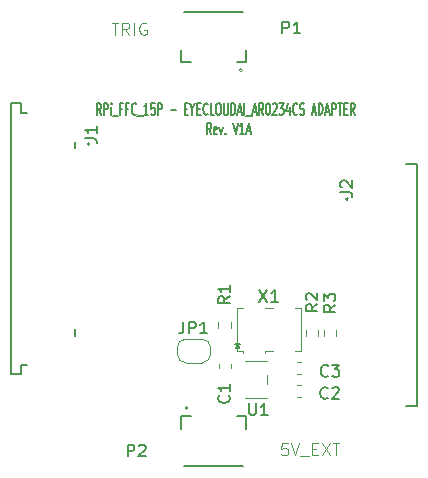
<source format=gbr>
%TF.GenerationSoftware,KiCad,Pcbnew,5.1.12-84ad8e8a86~92~ubuntu18.04.1*%
%TF.CreationDate,2023-09-10T20:05:29+07:00*%
%TF.ProjectId,RPi_FFC_15P-EYECLOUDAI_2MGSMOD_AR0234-ADAPTER,5250695f-4646-4435-9f31-35502d455945,rev?*%
%TF.SameCoordinates,Original*%
%TF.FileFunction,Legend,Top*%
%TF.FilePolarity,Positive*%
%FSLAX46Y46*%
G04 Gerber Fmt 4.6, Leading zero omitted, Abs format (unit mm)*
G04 Created by KiCad (PCBNEW 5.1.12-84ad8e8a86~92~ubuntu18.04.1) date 2023-09-10 20:05:29*
%MOMM*%
%LPD*%
G01*
G04 APERTURE LIST*
%ADD10C,0.150000*%
%ADD11C,0.100000*%
%ADD12C,0.127000*%
%ADD13C,0.200000*%
%ADD14C,0.120000*%
G04 APERTURE END LIST*
D10*
X133146800Y-93093314D02*
X133218228Y-93164742D01*
X133146800Y-93236171D01*
X133075371Y-93164742D01*
X133146800Y-93093314D01*
X133146800Y-93236171D01*
D11*
X128116247Y-113853980D02*
X127640057Y-113853980D01*
X127592438Y-114330171D01*
X127640057Y-114282552D01*
X127735295Y-114234933D01*
X127973390Y-114234933D01*
X128068628Y-114282552D01*
X128116247Y-114330171D01*
X128163866Y-114425409D01*
X128163866Y-114663504D01*
X128116247Y-114758742D01*
X128068628Y-114806361D01*
X127973390Y-114853980D01*
X127735295Y-114853980D01*
X127640057Y-114806361D01*
X127592438Y-114758742D01*
X128449580Y-113853980D02*
X128782914Y-114853980D01*
X129116247Y-113853980D01*
X129211485Y-114949219D02*
X129973390Y-114949219D01*
X130211485Y-114330171D02*
X130544819Y-114330171D01*
X130687676Y-114853980D02*
X130211485Y-114853980D01*
X130211485Y-113853980D01*
X130687676Y-113853980D01*
X131021009Y-113853980D02*
X131687676Y-114853980D01*
X131687676Y-113853980D02*
X131021009Y-114853980D01*
X131925771Y-113853980D02*
X132497200Y-113853980D01*
X132211485Y-114853980D02*
X132211485Y-113853980D01*
X113233390Y-78243180D02*
X113804819Y-78243180D01*
X113519104Y-79243180D02*
X113519104Y-78243180D01*
X114709580Y-79243180D02*
X114376247Y-78766990D01*
X114138152Y-79243180D02*
X114138152Y-78243180D01*
X114519104Y-78243180D01*
X114614342Y-78290800D01*
X114661961Y-78338419D01*
X114709580Y-78433657D01*
X114709580Y-78576514D01*
X114661961Y-78671752D01*
X114614342Y-78719371D01*
X114519104Y-78766990D01*
X114138152Y-78766990D01*
X115138152Y-79243180D02*
X115138152Y-78243180D01*
X116138152Y-78290800D02*
X116042914Y-78243180D01*
X115900057Y-78243180D01*
X115757200Y-78290800D01*
X115661961Y-78386038D01*
X115614342Y-78481276D01*
X115566723Y-78671752D01*
X115566723Y-78814609D01*
X115614342Y-79005085D01*
X115661961Y-79100323D01*
X115757200Y-79195561D01*
X115900057Y-79243180D01*
X115995295Y-79243180D01*
X116138152Y-79195561D01*
X116185771Y-79147942D01*
X116185771Y-78814609D01*
X115995295Y-78814609D01*
D10*
X112328057Y-86038180D02*
X112128057Y-85561990D01*
X111985200Y-86038180D02*
X111985200Y-85038180D01*
X112213771Y-85038180D01*
X112270914Y-85085800D01*
X112299485Y-85133419D01*
X112328057Y-85228657D01*
X112328057Y-85371514D01*
X112299485Y-85466752D01*
X112270914Y-85514371D01*
X112213771Y-85561990D01*
X111985200Y-85561990D01*
X112585200Y-86038180D02*
X112585200Y-85038180D01*
X112813771Y-85038180D01*
X112870914Y-85085800D01*
X112899485Y-85133419D01*
X112928057Y-85228657D01*
X112928057Y-85371514D01*
X112899485Y-85466752D01*
X112870914Y-85514371D01*
X112813771Y-85561990D01*
X112585200Y-85561990D01*
X113185200Y-86038180D02*
X113185200Y-85371514D01*
X113185200Y-85038180D02*
X113156628Y-85085800D01*
X113185200Y-85133419D01*
X113213771Y-85085800D01*
X113185200Y-85038180D01*
X113185200Y-85133419D01*
X113328057Y-86133419D02*
X113785200Y-86133419D01*
X114128057Y-85514371D02*
X113928057Y-85514371D01*
X113928057Y-86038180D02*
X113928057Y-85038180D01*
X114213771Y-85038180D01*
X114642342Y-85514371D02*
X114442342Y-85514371D01*
X114442342Y-86038180D02*
X114442342Y-85038180D01*
X114728057Y-85038180D01*
X115299485Y-85942942D02*
X115270914Y-85990561D01*
X115185200Y-86038180D01*
X115128057Y-86038180D01*
X115042342Y-85990561D01*
X114985200Y-85895323D01*
X114956628Y-85800085D01*
X114928057Y-85609609D01*
X114928057Y-85466752D01*
X114956628Y-85276276D01*
X114985200Y-85181038D01*
X115042342Y-85085800D01*
X115128057Y-85038180D01*
X115185200Y-85038180D01*
X115270914Y-85085800D01*
X115299485Y-85133419D01*
X115413771Y-86133419D02*
X115870914Y-86133419D01*
X116328057Y-86038180D02*
X115985200Y-86038180D01*
X116156628Y-86038180D02*
X116156628Y-85038180D01*
X116099485Y-85181038D01*
X116042342Y-85276276D01*
X115985200Y-85323895D01*
X116870914Y-85038180D02*
X116585200Y-85038180D01*
X116556628Y-85514371D01*
X116585200Y-85466752D01*
X116642342Y-85419133D01*
X116785200Y-85419133D01*
X116842342Y-85466752D01*
X116870914Y-85514371D01*
X116899485Y-85609609D01*
X116899485Y-85847704D01*
X116870914Y-85942942D01*
X116842342Y-85990561D01*
X116785200Y-86038180D01*
X116642342Y-86038180D01*
X116585200Y-85990561D01*
X116556628Y-85942942D01*
X117156628Y-86038180D02*
X117156628Y-85038180D01*
X117385200Y-85038180D01*
X117442342Y-85085800D01*
X117470914Y-85133419D01*
X117499485Y-85228657D01*
X117499485Y-85371514D01*
X117470914Y-85466752D01*
X117442342Y-85514371D01*
X117385200Y-85561990D01*
X117156628Y-85561990D01*
X118213771Y-85657228D02*
X118670914Y-85657228D01*
X119413771Y-85514371D02*
X119613771Y-85514371D01*
X119699485Y-86038180D02*
X119413771Y-86038180D01*
X119413771Y-85038180D01*
X119699485Y-85038180D01*
X120070914Y-85561990D02*
X120070914Y-86038180D01*
X119870914Y-85038180D02*
X120070914Y-85561990D01*
X120270914Y-85038180D01*
X120470914Y-85514371D02*
X120670914Y-85514371D01*
X120756628Y-86038180D02*
X120470914Y-86038180D01*
X120470914Y-85038180D01*
X120756628Y-85038180D01*
X121356628Y-85942942D02*
X121328057Y-85990561D01*
X121242342Y-86038180D01*
X121185200Y-86038180D01*
X121099485Y-85990561D01*
X121042342Y-85895323D01*
X121013771Y-85800085D01*
X120985200Y-85609609D01*
X120985200Y-85466752D01*
X121013771Y-85276276D01*
X121042342Y-85181038D01*
X121099485Y-85085800D01*
X121185200Y-85038180D01*
X121242342Y-85038180D01*
X121328057Y-85085800D01*
X121356628Y-85133419D01*
X121899485Y-86038180D02*
X121613771Y-86038180D01*
X121613771Y-85038180D01*
X122213771Y-85038180D02*
X122328057Y-85038180D01*
X122385200Y-85085800D01*
X122442342Y-85181038D01*
X122470914Y-85371514D01*
X122470914Y-85704847D01*
X122442342Y-85895323D01*
X122385200Y-85990561D01*
X122328057Y-86038180D01*
X122213771Y-86038180D01*
X122156628Y-85990561D01*
X122099485Y-85895323D01*
X122070914Y-85704847D01*
X122070914Y-85371514D01*
X122099485Y-85181038D01*
X122156628Y-85085800D01*
X122213771Y-85038180D01*
X122728057Y-85038180D02*
X122728057Y-85847704D01*
X122756628Y-85942942D01*
X122785200Y-85990561D01*
X122842342Y-86038180D01*
X122956628Y-86038180D01*
X123013771Y-85990561D01*
X123042342Y-85942942D01*
X123070914Y-85847704D01*
X123070914Y-85038180D01*
X123356628Y-86038180D02*
X123356628Y-85038180D01*
X123499485Y-85038180D01*
X123585200Y-85085800D01*
X123642342Y-85181038D01*
X123670914Y-85276276D01*
X123699485Y-85466752D01*
X123699485Y-85609609D01*
X123670914Y-85800085D01*
X123642342Y-85895323D01*
X123585200Y-85990561D01*
X123499485Y-86038180D01*
X123356628Y-86038180D01*
X123928057Y-85752466D02*
X124213771Y-85752466D01*
X123870914Y-86038180D02*
X124070914Y-85038180D01*
X124270914Y-86038180D01*
X124470914Y-86038180D02*
X124470914Y-85038180D01*
X124613771Y-86133419D02*
X125070914Y-86133419D01*
X125185200Y-85752466D02*
X125470914Y-85752466D01*
X125128057Y-86038180D02*
X125328057Y-85038180D01*
X125528057Y-86038180D01*
X126070914Y-86038180D02*
X125870914Y-85561990D01*
X125728057Y-86038180D02*
X125728057Y-85038180D01*
X125956628Y-85038180D01*
X126013771Y-85085800D01*
X126042342Y-85133419D01*
X126070914Y-85228657D01*
X126070914Y-85371514D01*
X126042342Y-85466752D01*
X126013771Y-85514371D01*
X125956628Y-85561990D01*
X125728057Y-85561990D01*
X126442342Y-85038180D02*
X126499485Y-85038180D01*
X126556628Y-85085800D01*
X126585200Y-85133419D01*
X126613771Y-85228657D01*
X126642342Y-85419133D01*
X126642342Y-85657228D01*
X126613771Y-85847704D01*
X126585200Y-85942942D01*
X126556628Y-85990561D01*
X126499485Y-86038180D01*
X126442342Y-86038180D01*
X126385200Y-85990561D01*
X126356628Y-85942942D01*
X126328057Y-85847704D01*
X126299485Y-85657228D01*
X126299485Y-85419133D01*
X126328057Y-85228657D01*
X126356628Y-85133419D01*
X126385200Y-85085800D01*
X126442342Y-85038180D01*
X126870914Y-85133419D02*
X126899485Y-85085800D01*
X126956628Y-85038180D01*
X127099485Y-85038180D01*
X127156628Y-85085800D01*
X127185200Y-85133419D01*
X127213771Y-85228657D01*
X127213771Y-85323895D01*
X127185200Y-85466752D01*
X126842342Y-86038180D01*
X127213771Y-86038180D01*
X127413771Y-85038180D02*
X127785200Y-85038180D01*
X127585200Y-85419133D01*
X127670914Y-85419133D01*
X127728057Y-85466752D01*
X127756628Y-85514371D01*
X127785200Y-85609609D01*
X127785200Y-85847704D01*
X127756628Y-85942942D01*
X127728057Y-85990561D01*
X127670914Y-86038180D01*
X127499485Y-86038180D01*
X127442342Y-85990561D01*
X127413771Y-85942942D01*
X128299485Y-85371514D02*
X128299485Y-86038180D01*
X128156628Y-84990561D02*
X128013771Y-85704847D01*
X128385200Y-85704847D01*
X128956628Y-85942942D02*
X128928057Y-85990561D01*
X128842342Y-86038180D01*
X128785200Y-86038180D01*
X128699485Y-85990561D01*
X128642342Y-85895323D01*
X128613771Y-85800085D01*
X128585200Y-85609609D01*
X128585200Y-85466752D01*
X128613771Y-85276276D01*
X128642342Y-85181038D01*
X128699485Y-85085800D01*
X128785200Y-85038180D01*
X128842342Y-85038180D01*
X128928057Y-85085800D01*
X128956628Y-85133419D01*
X129185200Y-85990561D02*
X129270914Y-86038180D01*
X129413771Y-86038180D01*
X129470914Y-85990561D01*
X129499485Y-85942942D01*
X129528057Y-85847704D01*
X129528057Y-85752466D01*
X129499485Y-85657228D01*
X129470914Y-85609609D01*
X129413771Y-85561990D01*
X129299485Y-85514371D01*
X129242342Y-85466752D01*
X129213771Y-85419133D01*
X129185200Y-85323895D01*
X129185200Y-85228657D01*
X129213771Y-85133419D01*
X129242342Y-85085800D01*
X129299485Y-85038180D01*
X129442342Y-85038180D01*
X129528057Y-85085800D01*
X130213771Y-85752466D02*
X130499485Y-85752466D01*
X130156628Y-86038180D02*
X130356628Y-85038180D01*
X130556628Y-86038180D01*
X130756628Y-86038180D02*
X130756628Y-85038180D01*
X130899485Y-85038180D01*
X130985200Y-85085800D01*
X131042342Y-85181038D01*
X131070914Y-85276276D01*
X131099485Y-85466752D01*
X131099485Y-85609609D01*
X131070914Y-85800085D01*
X131042342Y-85895323D01*
X130985200Y-85990561D01*
X130899485Y-86038180D01*
X130756628Y-86038180D01*
X131328057Y-85752466D02*
X131613771Y-85752466D01*
X131270914Y-86038180D02*
X131470914Y-85038180D01*
X131670914Y-86038180D01*
X131870914Y-86038180D02*
X131870914Y-85038180D01*
X132099485Y-85038180D01*
X132156628Y-85085800D01*
X132185200Y-85133419D01*
X132213771Y-85228657D01*
X132213771Y-85371514D01*
X132185200Y-85466752D01*
X132156628Y-85514371D01*
X132099485Y-85561990D01*
X131870914Y-85561990D01*
X132385200Y-85038180D02*
X132728057Y-85038180D01*
X132556628Y-86038180D02*
X132556628Y-85038180D01*
X132928057Y-85514371D02*
X133128057Y-85514371D01*
X133213771Y-86038180D02*
X132928057Y-86038180D01*
X132928057Y-85038180D01*
X133213771Y-85038180D01*
X133813771Y-86038180D02*
X133613771Y-85561990D01*
X133470914Y-86038180D02*
X133470914Y-85038180D01*
X133699485Y-85038180D01*
X133756628Y-85085800D01*
X133785200Y-85133419D01*
X133813771Y-85228657D01*
X133813771Y-85371514D01*
X133785200Y-85466752D01*
X133756628Y-85514371D01*
X133699485Y-85561990D01*
X133470914Y-85561990D01*
X121642342Y-87688180D02*
X121442342Y-87211990D01*
X121299485Y-87688180D02*
X121299485Y-86688180D01*
X121528057Y-86688180D01*
X121585200Y-86735800D01*
X121613771Y-86783419D01*
X121642342Y-86878657D01*
X121642342Y-87021514D01*
X121613771Y-87116752D01*
X121585200Y-87164371D01*
X121528057Y-87211990D01*
X121299485Y-87211990D01*
X122128057Y-87640561D02*
X122070914Y-87688180D01*
X121956628Y-87688180D01*
X121899485Y-87640561D01*
X121870914Y-87545323D01*
X121870914Y-87164371D01*
X121899485Y-87069133D01*
X121956628Y-87021514D01*
X122070914Y-87021514D01*
X122128057Y-87069133D01*
X122156628Y-87164371D01*
X122156628Y-87259609D01*
X121870914Y-87354847D01*
X122356628Y-87021514D02*
X122499485Y-87688180D01*
X122642342Y-87021514D01*
X122870914Y-87592942D02*
X122899485Y-87640561D01*
X122870914Y-87688180D01*
X122842342Y-87640561D01*
X122870914Y-87592942D01*
X122870914Y-87688180D01*
X123528057Y-86688180D02*
X123728057Y-87688180D01*
X123928057Y-86688180D01*
X124442342Y-87688180D02*
X124099485Y-87688180D01*
X124270914Y-87688180D02*
X124270914Y-86688180D01*
X124213771Y-86831038D01*
X124156628Y-86926276D01*
X124099485Y-86973895D01*
X124670914Y-87402466D02*
X124956628Y-87402466D01*
X124613771Y-87688180D02*
X124813771Y-86688180D01*
X125013771Y-87688180D01*
D12*
%TO.C,J1*%
X110099600Y-88320000D02*
X110099600Y-88880000D01*
X110099600Y-104160000D02*
X110099600Y-104720000D01*
X105589600Y-107980000D02*
X104699600Y-107980000D01*
X104699600Y-85060000D02*
X105589600Y-85060000D01*
X106099600Y-85845000D02*
X105589600Y-85845000D01*
X106099600Y-107195000D02*
X105589600Y-107195000D01*
D13*
X111369600Y-88520000D02*
G75*
G03*
X111369600Y-88520000I-100000J0D01*
G01*
D12*
X105589600Y-85845000D02*
X105589600Y-85060000D01*
X105589600Y-107980000D02*
X105589600Y-107195000D01*
X104699600Y-107980000D02*
X104699600Y-85060000D01*
%TO.C,J2*%
X139068400Y-110646600D02*
X138118400Y-110646600D01*
X139068400Y-90216600D02*
X138118400Y-90216600D01*
X139068400Y-110646600D02*
X139068400Y-90216600D01*
D14*
%TO.C,X1*%
X126172800Y-105990800D02*
X126172800Y-106230800D01*
X126912800Y-105990800D02*
X126172800Y-105990800D01*
X123842800Y-102390800D02*
X124372800Y-102390800D01*
X123842800Y-105990800D02*
X123842800Y-102390800D01*
X124372800Y-105990800D02*
X123842800Y-105990800D01*
X124372800Y-106230800D02*
X124372800Y-105990800D01*
X126172800Y-102390800D02*
X126912800Y-102390800D01*
X129242800Y-105990800D02*
X128712800Y-105990800D01*
X129242800Y-102390800D02*
X129242800Y-105990800D01*
X128712800Y-102390800D02*
X129242800Y-102390800D01*
%TO.C,U1*%
X126352300Y-106883200D02*
X124498100Y-106883200D01*
X126352300Y-108821261D02*
X126352300Y-108094739D01*
X124498100Y-110032800D02*
X126352300Y-110032800D01*
%TO.C,R3*%
X131201900Y-104240876D02*
X131201900Y-104750324D01*
X132246900Y-104240876D02*
X132246900Y-104750324D01*
%TO.C,R2*%
X130722900Y-104750324D02*
X130722900Y-104240876D01*
X129677900Y-104750324D02*
X129677900Y-104240876D01*
%TO.C,R1*%
X123306100Y-104089924D02*
X123306100Y-103580476D01*
X122261100Y-104089924D02*
X122261100Y-103580476D01*
%TO.C,C3*%
X128936533Y-108002800D02*
X129229067Y-108002800D01*
X128936533Y-106982800D02*
X129229067Y-106982800D01*
%TO.C,C2*%
X128936533Y-109933200D02*
X129229067Y-109933200D01*
X128936533Y-108913200D02*
X129229067Y-108913200D01*
%TO.C,C1*%
X122273600Y-107143333D02*
X122273600Y-107435867D01*
X123293600Y-107143333D02*
X123293600Y-107435867D01*
D12*
%TO.C,P2*%
X119379200Y-115752400D02*
X124379200Y-115752400D01*
X124629200Y-111552400D02*
X124629200Y-112602400D01*
X123829200Y-111552400D02*
X124629200Y-111552400D01*
X119129200Y-111552400D02*
X119929200Y-111552400D01*
X119129200Y-112602400D02*
X119129200Y-111552400D01*
D11*
X119729200Y-110852400D02*
G75*
G03*
X119729200Y-110852400I-150000J0D01*
G01*
D14*
%TO.C,JP1*%
X120892800Y-107019600D02*
X119492800Y-107019600D01*
X118792800Y-106319600D02*
X118792800Y-105719600D01*
X119492800Y-105019600D02*
X120892800Y-105019600D01*
X121592800Y-105719600D02*
X121592800Y-106319600D01*
X121592800Y-106319600D02*
G75*
G02*
X120892800Y-107019600I-700000J0D01*
G01*
X120892800Y-105019600D02*
G75*
G02*
X121592800Y-105719600I0J-700000D01*
G01*
X118792800Y-105719600D02*
G75*
G02*
X119492800Y-105019600I700000J0D01*
G01*
X119492800Y-107019600D02*
G75*
G02*
X118792800Y-106319600I0J700000D01*
G01*
D11*
%TO.C,P1*%
X124319200Y-82259400D02*
G75*
G03*
X124319200Y-82259400I-150000J0D01*
G01*
D12*
X124619200Y-80509400D02*
X124619200Y-81559400D01*
X124619200Y-81559400D02*
X123819200Y-81559400D01*
X119919200Y-81559400D02*
X119119200Y-81559400D01*
X119119200Y-81559400D02*
X119119200Y-80509400D01*
X124369200Y-77359400D02*
X119369200Y-77359400D01*
%TO.C,J1*%
D10*
X110958380Y-88014133D02*
X111672666Y-88014133D01*
X111815523Y-88061752D01*
X111910761Y-88156990D01*
X111958380Y-88299847D01*
X111958380Y-88395085D01*
X111958380Y-87014133D02*
X111958380Y-87585561D01*
X111958380Y-87299847D02*
X110958380Y-87299847D01*
X111101238Y-87395085D01*
X111196476Y-87490323D01*
X111244095Y-87585561D01*
%TO.C,J2*%
X132599180Y-92586133D02*
X133313466Y-92586133D01*
X133456323Y-92633752D01*
X133551561Y-92728990D01*
X133599180Y-92871847D01*
X133599180Y-92967085D01*
X132694419Y-92157561D02*
X132646800Y-92109942D01*
X132599180Y-92014704D01*
X132599180Y-91776609D01*
X132646800Y-91681371D01*
X132694419Y-91633752D01*
X132789657Y-91586133D01*
X132884895Y-91586133D01*
X133027752Y-91633752D01*
X133599180Y-92205180D01*
X133599180Y-91586133D01*
%TO.C,X1*%
X125733276Y-100843180D02*
X126399942Y-101843180D01*
X126399942Y-100843180D02*
X125733276Y-101843180D01*
X127304704Y-101843180D02*
X126733276Y-101843180D01*
X127018990Y-101843180D02*
X127018990Y-100843180D01*
X126923752Y-100986038D01*
X126828514Y-101081276D01*
X126733276Y-101128895D01*
%TO.C,U1*%
X124866495Y-110450380D02*
X124866495Y-111259904D01*
X124914114Y-111355142D01*
X124961733Y-111402761D01*
X125056971Y-111450380D01*
X125247447Y-111450380D01*
X125342685Y-111402761D01*
X125390304Y-111355142D01*
X125437923Y-111259904D01*
X125437923Y-110450380D01*
X126437923Y-111450380D02*
X125866495Y-111450380D01*
X126152209Y-111450380D02*
X126152209Y-110450380D01*
X126056971Y-110593238D01*
X125961733Y-110688476D01*
X125866495Y-110736095D01*
X123894850Y-105309380D02*
X123894850Y-105547476D01*
X123656754Y-105452238D02*
X123894850Y-105547476D01*
X124132945Y-105452238D01*
X123751992Y-105737952D02*
X123894850Y-105547476D01*
X124037707Y-105737952D01*
X123894850Y-105309380D02*
X123894850Y-105547476D01*
X123656754Y-105452238D02*
X123894850Y-105547476D01*
X124132945Y-105452238D01*
X123751992Y-105737952D02*
X123894850Y-105547476D01*
X124037707Y-105737952D01*
%TO.C,R3*%
X132176780Y-102122266D02*
X131700590Y-102455600D01*
X132176780Y-102693695D02*
X131176780Y-102693695D01*
X131176780Y-102312742D01*
X131224400Y-102217504D01*
X131272019Y-102169885D01*
X131367257Y-102122266D01*
X131510114Y-102122266D01*
X131605352Y-102169885D01*
X131652971Y-102217504D01*
X131700590Y-102312742D01*
X131700590Y-102693695D01*
X131176780Y-101788933D02*
X131176780Y-101169885D01*
X131557733Y-101503219D01*
X131557733Y-101360361D01*
X131605352Y-101265123D01*
X131652971Y-101217504D01*
X131748209Y-101169885D01*
X131986304Y-101169885D01*
X132081542Y-101217504D01*
X132129161Y-101265123D01*
X132176780Y-101360361D01*
X132176780Y-101646076D01*
X132129161Y-101741314D01*
X132081542Y-101788933D01*
%TO.C,R2*%
X130652780Y-102071466D02*
X130176590Y-102404800D01*
X130652780Y-102642895D02*
X129652780Y-102642895D01*
X129652780Y-102261942D01*
X129700400Y-102166704D01*
X129748019Y-102119085D01*
X129843257Y-102071466D01*
X129986114Y-102071466D01*
X130081352Y-102119085D01*
X130128971Y-102166704D01*
X130176590Y-102261942D01*
X130176590Y-102642895D01*
X129748019Y-101690514D02*
X129700400Y-101642895D01*
X129652780Y-101547657D01*
X129652780Y-101309561D01*
X129700400Y-101214323D01*
X129748019Y-101166704D01*
X129843257Y-101119085D01*
X129938495Y-101119085D01*
X130081352Y-101166704D01*
X130652780Y-101738133D01*
X130652780Y-101119085D01*
%TO.C,R1*%
X123235980Y-101411066D02*
X122759790Y-101744400D01*
X123235980Y-101982495D02*
X122235980Y-101982495D01*
X122235980Y-101601542D01*
X122283600Y-101506304D01*
X122331219Y-101458685D01*
X122426457Y-101411066D01*
X122569314Y-101411066D01*
X122664552Y-101458685D01*
X122712171Y-101506304D01*
X122759790Y-101601542D01*
X122759790Y-101982495D01*
X123235980Y-100458685D02*
X123235980Y-101030114D01*
X123235980Y-100744400D02*
X122235980Y-100744400D01*
X122378838Y-100839638D01*
X122474076Y-100934876D01*
X122521695Y-101030114D01*
%TO.C,C3*%
X131557733Y-108103942D02*
X131510114Y-108151561D01*
X131367257Y-108199180D01*
X131272019Y-108199180D01*
X131129161Y-108151561D01*
X131033923Y-108056323D01*
X130986304Y-107961085D01*
X130938685Y-107770609D01*
X130938685Y-107627752D01*
X130986304Y-107437276D01*
X131033923Y-107342038D01*
X131129161Y-107246800D01*
X131272019Y-107199180D01*
X131367257Y-107199180D01*
X131510114Y-107246800D01*
X131557733Y-107294419D01*
X131891066Y-107199180D02*
X132510114Y-107199180D01*
X132176780Y-107580133D01*
X132319638Y-107580133D01*
X132414876Y-107627752D01*
X132462495Y-107675371D01*
X132510114Y-107770609D01*
X132510114Y-108008704D01*
X132462495Y-108103942D01*
X132414876Y-108151561D01*
X132319638Y-108199180D01*
X132033923Y-108199180D01*
X131938685Y-108151561D01*
X131891066Y-108103942D01*
%TO.C,C2*%
X131506933Y-109983542D02*
X131459314Y-110031161D01*
X131316457Y-110078780D01*
X131221219Y-110078780D01*
X131078361Y-110031161D01*
X130983123Y-109935923D01*
X130935504Y-109840685D01*
X130887885Y-109650209D01*
X130887885Y-109507352D01*
X130935504Y-109316876D01*
X130983123Y-109221638D01*
X131078361Y-109126400D01*
X131221219Y-109078780D01*
X131316457Y-109078780D01*
X131459314Y-109126400D01*
X131506933Y-109174019D01*
X131887885Y-109174019D02*
X131935504Y-109126400D01*
X132030742Y-109078780D01*
X132268838Y-109078780D01*
X132364076Y-109126400D01*
X132411695Y-109174019D01*
X132459314Y-109269257D01*
X132459314Y-109364495D01*
X132411695Y-109507352D01*
X131840266Y-110078780D01*
X132459314Y-110078780D01*
%TO.C,C1*%
X123140742Y-109793066D02*
X123188361Y-109840685D01*
X123235980Y-109983542D01*
X123235980Y-110078780D01*
X123188361Y-110221638D01*
X123093123Y-110316876D01*
X122997885Y-110364495D01*
X122807409Y-110412114D01*
X122664552Y-110412114D01*
X122474076Y-110364495D01*
X122378838Y-110316876D01*
X122283600Y-110221638D01*
X122235980Y-110078780D01*
X122235980Y-109983542D01*
X122283600Y-109840685D01*
X122331219Y-109793066D01*
X123235980Y-108840685D02*
X123235980Y-109412114D01*
X123235980Y-109126400D02*
X122235980Y-109126400D01*
X122378838Y-109221638D01*
X122474076Y-109316876D01*
X122521695Y-109412114D01*
%TO.C,P2*%
X114577573Y-114955784D02*
X114577573Y-113955335D01*
X114958696Y-113955335D01*
X115053977Y-114002975D01*
X115101618Y-114050615D01*
X115149258Y-114145896D01*
X115149258Y-114288818D01*
X115101618Y-114384098D01*
X115053977Y-114431739D01*
X114958696Y-114479379D01*
X114577573Y-114479379D01*
X115530381Y-114050615D02*
X115578022Y-114002975D01*
X115673303Y-113955335D01*
X115911505Y-113955335D01*
X116006786Y-114002975D01*
X116054426Y-114050615D01*
X116102067Y-114145896D01*
X116102067Y-114241177D01*
X116054426Y-114384098D01*
X115482741Y-114955784D01*
X116102067Y-114955784D01*
%TO.C,JP1*%
X119308666Y-103541580D02*
X119308666Y-104255866D01*
X119261047Y-104398723D01*
X119165809Y-104493961D01*
X119022952Y-104541580D01*
X118927714Y-104541580D01*
X119784857Y-104541580D02*
X119784857Y-103541580D01*
X120165809Y-103541580D01*
X120261047Y-103589200D01*
X120308666Y-103636819D01*
X120356285Y-103732057D01*
X120356285Y-103874914D01*
X120308666Y-103970152D01*
X120261047Y-104017771D01*
X120165809Y-104065390D01*
X119784857Y-104065390D01*
X121308666Y-104541580D02*
X120737238Y-104541580D01*
X121022952Y-104541580D02*
X121022952Y-103541580D01*
X120927714Y-103684438D01*
X120832476Y-103779676D01*
X120737238Y-103827295D01*
%TO.C,P1*%
X127683973Y-79141784D02*
X127683973Y-78141335D01*
X128065096Y-78141335D01*
X128160377Y-78188975D01*
X128208018Y-78236615D01*
X128255658Y-78331896D01*
X128255658Y-78474818D01*
X128208018Y-78570098D01*
X128160377Y-78617739D01*
X128065096Y-78665379D01*
X127683973Y-78665379D01*
X129208467Y-79141784D02*
X128636781Y-79141784D01*
X128922624Y-79141784D02*
X128922624Y-78141335D01*
X128827343Y-78284256D01*
X128732062Y-78379537D01*
X128636781Y-78427177D01*
%TD*%
M02*

</source>
